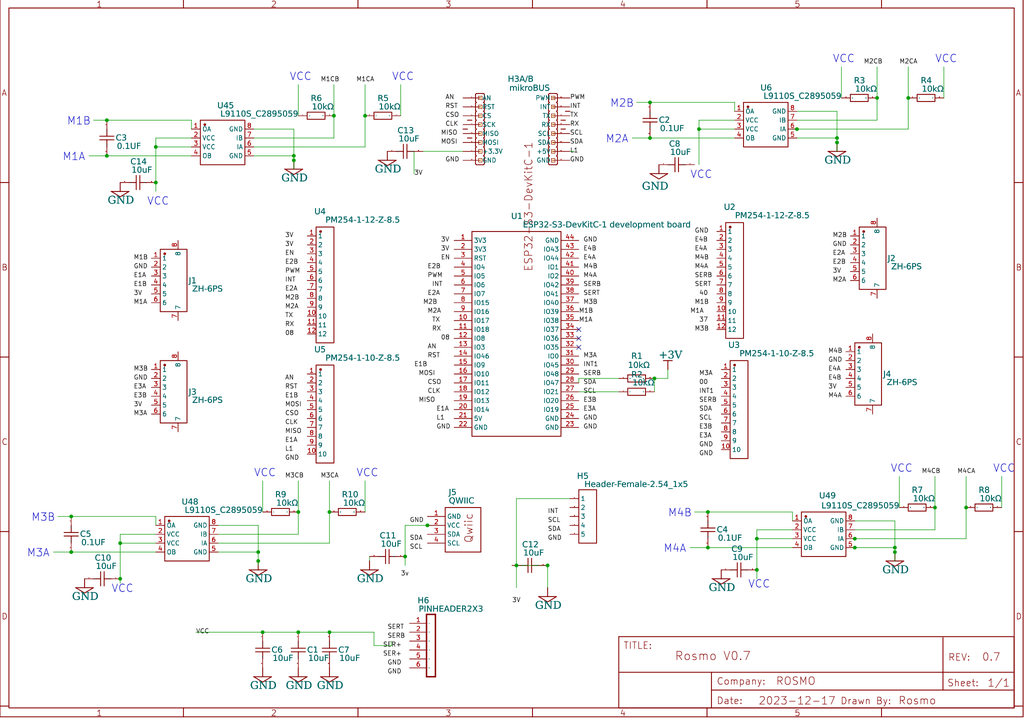
<source format=kicad_sch>
(kicad_sch (version 20231120) (generator "eeschema") (generator_version "8.0")
  (paper "User" 292.1 205.105)
  (junction (at 73.66 160.02))
  (junction (at 93.98 146.05))
  (junction (at 95.25 33.02))
  (junction (at 121.92 149.86))
  (junction (at 93.98 180.34))
  (junction (at 83.82 44.45))
  (junction (at 243.84 156.21))
  (junction (at 201.93 156.21))
  (junction (at 20.32 147.32))
  (junction (at 74.93 180.34))
  (junction (at 185.42 29.21))
  (junction (at 199.39 36.83))
  (junction (at 156.21 161.29))
  (junction (at 44.45 52.07))
  (junction (at 238.76 40.64))
  (junction (at 104.14 33.02))
  (junction (at 266.7 144.78))
  (junction (at 255.27 156.21))
  (junction (at 34.29 154.94))
  (junction (at 201.93 146.05))
  (junction (at 44.45 41.91))
  (junction (at 186.69 107.95))
  (junction (at 147.32 161.29))
  (junction (at 30.48 44.45))
  (junction (at 215.9 153.67))
  (junction (at 238.76 39.37))
  (junction (at 255.27 157.48))
  (junction (at 73.66 157.48))
  (junction (at 243.84 153.67))
  (junction (at 259.08 27.94))
  (junction (at 85.09 146.05))
  (junction (at 250.19 27.94))
  (junction (at 115.57 158.75))
  (junction (at 85.09 180.34))
  (junction (at 30.48 34.29))
  (junction (at 20.32 157.48))
  (junction (at 83.82 45.72))
  (junction (at 275.59 144.78))
  (junction (at 185.42 39.37))
  (junction (at 215.9 162.56))
  (junction (at 227.33 36.83))
  (junction (at 34.29 165.1))
  (no_connect (at 165.1 93.98))
  (no_connect (at 165.1 99.06))
  (no_connect (at 165.1 96.52))
  (wire (pts (xy 95.25 24.13) (xy 95.25 33.02)))
  (wire (pts (xy 104.14 24.13) (xy 104.14 33.02)))
  (wire (pts (xy 215.9 153.67) (xy 215.9 162.56)))
  (wire (pts (xy 44.45 154.94) (xy 34.29 154.94)))
  (wire (pts (xy 111.76 184.15) (xy 111.76 182.88)))
  (wire (pts (xy 44.45 157.48) (xy 20.32 157.48)))
  (wire (pts (xy 55.88 180.34) (xy 74.93 180.34)))
  (wire (pts (xy 72.39 44.45) (xy 83.82 44.45)))
  (wire (pts (xy 238.76 39.37) (xy 238.76 40.64)))
  (wire (pts (xy 209.55 39.37) (xy 185.42 39.37)))
  (wire (pts (xy 250.19 34.29) (xy 227.33 34.29)))
  (wire (pts (xy 34.29 165.1) (xy 34.29 166.37)))
  (wire (pts (xy 275.59 153.67) (xy 243.84 153.67)))
  (wire (pts (xy 74.93 146.05) (xy 74.93 137.16)))
  (wire (pts (xy 259.08 19.05) (xy 259.08 27.94)))
  (wire (pts (xy 209.55 29.21) (xy 185.42 29.21)))
  (wire (pts (xy 285.75 144.78) (xy 285.75 135.89)))
  (wire (pts (xy 176.53 111.76) (xy 165.1 111.76)))
  (wire (pts (xy 186.69 111.76) (xy 186.69 107.95)))
  (wire (pts (xy 115.57 158.75) (xy 115.57 149.86)))
  (wire (pts (xy 85.09 180.34) (xy 93.98 180.34)))
  (wire (pts (xy 259.08 27.94) (xy 259.08 36.83)))
  (wire (pts (xy 34.29 152.4) (xy 34.29 154.94)))
  (wire (pts (xy 44.45 41.91) (xy 44.45 52.07)))
  (wire (pts (xy 243.84 153.67) (xy 242.57 153.67)))
  (wire (pts (xy 226.06 156.21) (xy 201.93 156.21)))
  (wire (pts (xy 44.45 149.86) (xy 44.45 147.32)))
  (wire (pts (xy 226.06 151.13) (xy 215.9 151.13)))
  (wire (pts (xy 186.69 107.95) (xy 190.5 107.95)))
  (wire (pts (xy 176.53 107.95) (xy 165.1 107.95)))
  (wire (pts (xy 44.45 39.37) (xy 44.45 41.91)))
  (wire (pts (xy 95.25 39.37) (xy 72.39 39.37)))
  (wire (pts (xy 250.19 27.94) (xy 250.19 34.29)))
  (wire (pts (xy 30.48 44.45) (xy 25.4 44.45)))
  (wire (pts (xy 185.42 39.37) (xy 180.34 39.37)))
  (wire (pts (xy 266.7 151.13) (xy 243.84 151.13)))
  (wire (pts (xy 104.14 146.05) (xy 104.14 137.16)))
  (wire (pts (xy 255.27 156.21) (xy 255.27 157.48)))
  (wire (pts (xy 44.45 147.32) (xy 20.32 147.32)))
  (wire (pts (xy 215.9 162.56) (xy 215.9 165.1)))
  (wire (pts (xy 54.61 34.29) (xy 30.48 34.29)))
  (wire (pts (xy 44.45 152.4) (xy 34.29 152.4)))
  (wire (pts (xy 54.61 39.37) (xy 44.45 39.37)))
  (wire (pts (xy 83.82 45.72) (xy 83.82 48.26)))
  (wire (pts (xy 199.39 34.29) (xy 199.39 36.83)))
  (wire (pts (xy 165.1 107.95) (xy 165.1 109.22)))
  (wire (pts (xy 255.27 148.59) (xy 255.27 156.21)))
  (wire (pts (xy 85.09 152.4) (xy 62.23 152.4)))
  (wire (pts (xy 209.55 31.75) (xy 209.55 29.21)))
  (wire (pts (xy 209.55 34.29) (xy 199.39 34.29)))
  (wire (pts (xy 62.23 157.48) (xy 73.66 157.48)))
  (wire (pts (xy 54.61 41.91) (xy 44.45 41.91)))
  (wire (pts (xy 209.55 36.83) (xy 199.39 36.83)))
  (wire (pts (xy 275.59 144.78) (xy 275.59 153.67)))
  (wire (pts (xy 73.66 149.86) (xy 73.66 157.48)))
  (wire (pts (xy 256.54 144.78) (xy 256.54 135.89)))
  (wire (pts (xy 73.66 157.48) (xy 73.66 160.02)))
  (wire (pts (xy 238.76 31.75) (xy 238.76 39.37)))
  (wire (pts (xy 266.7 135.89) (xy 266.7 144.78)))
  (wire (pts (xy 259.08 36.83) (xy 227.33 36.83)))
  (wire (pts (xy 26.67 34.29) (xy 30.48 34.29)))
  (wire (pts (xy 54.61 44.45) (xy 30.48 44.45)))
  (wire (pts (xy 115.57 161.29) (xy 115.57 158.75)))
  (wire (pts (xy 147.32 161.29) (xy 156.21 161.29)))
  (wire (pts (xy 227.33 36.83) (xy 226.06 36.83)))
  (wire (pts (xy 266.7 144.78) (xy 266.7 151.13)))
  (wire (pts (xy 275.59 135.89) (xy 275.59 144.78)))
  (wire (pts (xy 72.39 36.83) (xy 83.82 36.83)))
  (wire (pts (xy 54.61 36.83) (xy 54.61 34.29)))
  (wire (pts (xy 95.25 33.02) (xy 95.25 39.37)))
  (wire (pts (xy 147.32 142.24) (xy 147.32 161.29)))
  (wire (pts (xy 44.45 52.07) (xy 44.45 54.61)))
  (wire (pts (xy 93.98 180.34) (xy 106.68 180.34)))
  (wire (pts (xy 240.03 27.94) (xy 240.03 19.05)))
  (wire (pts (xy 147.32 161.29) (xy 147.32 167.64)))
  (wire (pts (xy 162.56 43.18) (xy 163.83 43.18)))
  (wire (pts (xy 120.65 43.18) (xy 132.08 43.18)))
  (wire (pts (xy 121.92 149.86) (xy 123.19 149.86)))
  (wire (pts (xy 16.51 147.32) (xy 20.32 147.32)))
  (wire (pts (xy 62.23 149.86) (xy 73.66 149.86)))
  (wire (pts (xy 201.93 156.21) (xy 196.85 156.21)))
  (wire (pts (xy 93.98 146.05) (xy 93.98 154.94)))
  (wire (pts (xy 181.61 29.21) (xy 185.42 29.21)))
  (wire (pts (xy 242.57 156.21) (xy 243.84 156.21)))
  (wire (pts (xy 114.3 33.02) (xy 114.3 24.13)))
  (wire (pts (xy 93.98 137.16) (xy 93.98 146.05)))
  (wire (pts (xy 190.5 107.95) (xy 190.5 105.41)))
  (wire (pts (xy 115.57 149.86) (xy 121.92 149.86)))
  (wire (pts (xy 104.14 33.02) (xy 104.14 41.91)))
  (wire (pts (xy 269.24 27.94) (xy 269.24 19.05)))
  (wire (pts (xy 226.06 148.59) (xy 226.06 146.05)))
  (wire (pts (xy 156.21 161.29) (xy 156.21 167.64)))
  (wire (pts (xy 34.29 154.94) (xy 34.29 165.1)))
  (wire (pts (xy 255.27 157.48) (xy 255.27 160.02)))
  (wire (pts (xy 20.32 157.48) (xy 15.24 157.48)))
  (wire (pts (xy 105.41 160.02) (xy 105.41 158.75)))
  (wire (pts (xy 238.76 40.64) (xy 238.76 43.18)))
  (wire (pts (xy 199.39 36.83) (xy 199.39 46.99)))
  (wire (pts (xy 243.84 148.59) (xy 255.27 148.59)))
  (wire (pts (xy 85.09 33.02) (xy 85.09 24.13)))
  (wire (pts (xy 93.98 154.94) (xy 62.23 154.94)))
  (wire (pts (xy 226.06 153.67) (xy 215.9 153.67)))
  (wire (pts (xy 85.09 137.16) (xy 85.09 146.05)))
  (wire (pts (xy 104.14 41.91) (xy 72.39 41.91)))
  (wire (pts (xy 74.93 180.34) (xy 85.09 180.34)))
  (wire (pts (xy 162.56 142.24) (xy 147.32 142.24)))
  (wire (pts (xy 85.09 146.05) (xy 85.09 152.4)))
  (wire (pts (xy 226.06 146.05) (xy 201.93 146.05)))
  (wire (pts (xy 198.12 146.05) (xy 201.93 146.05)))
  (wire (pts (xy 106.68 180.34) (xy 106.68 184.15)))
  (wire (pts (xy 250.19 19.05) (xy 250.19 27.94)))
  (wire (pts (xy 83.82 36.83) (xy 83.82 44.45)))
  (wire (pts (xy 227.33 31.75) (xy 238.76 31.75)))
  (wire (pts (xy 106.68 184.15) (xy 111.76 184.15)))
  (wire (pts (xy 118.11 49.53) (xy 118.11 43.18)))
  (wire (pts (xy 227.33 39.37) (xy 238.76 39.37)))
  (wire (pts (xy 83.82 44.45) (xy 83.82 45.72)))
  (wire (pts (xy 243.84 156.21) (xy 255.27 156.21)))
  (wire (pts (xy 215.9 151.13) (xy 215.9 153.67)))
  (wire (pts (xy 73.66 160.02) (xy 73.66 161.29)))
  (text "VCC" (at 254 132.4483 0) (effects (font (size 2.1717 2.1717)) (justify left top)))
  (text "VCC" (at 283.21 132.4483 0) (effects (font (size 2.1717 2.1717)) (justify left top)))
  (text "VCC" (at 82.55 20.6883 0) (effects (font (size 2.1717 2.1717)) (justify left top)))
  (text "VCC" (at 101.6 133.7183 0) (effects (font (size 2.1717 2.1717)) (justify left top)))
  (text "M4B" (at 190.5 145.1483 0) (effects (font (size 2.1717 2.1717)) (justify left top)))
  (text "VCC" (at 41.91 56.2483 0) (effects (font (size 2.1717 2.1717)) (justify left top)))
  (text "M3B" (at 8.89 146.4183 0) (effects (font (size 2.1717 2.1717)) (justify left top)))
  (text "VCC" (at 31.75 166.7383 0) (effects (font (size 2.1717 2.1717)) (justify left top)))
  (text "M2B" (at 173.99 28.3083 0) (effects (font (size 2.1717 2.1717)) (justify left top)))
  (text "M4A" (at 189.23 155.3083 0) (effects (font (size 2.1717 2.1717)) (justify left top)))
  (text "VCC" (at 237.49 15.6083 0) (effects (font (size 2.1717 2.1717)) (justify left top)))
  (text "VCC" (at 213.36 165.4683 0) (effects (font (size 2.1717 2.1717)) (justify left top)))
  (text "VCC" (at 72.39 133.7183 0) (effects (font (size 2.1717 2.1717)) (justify left top)))
  (text "M1A" (at 17.78 43.5483 0) (effects (font (size 2.1717 2.1717)) (justify left top)))
  (text "VCC" (at 266.7 15.6083 0) (effects (font (size 2.1717 2.1717)) (justify left top)))
  (text "M2A" (at 172.72 38.4683 0) (effects (font (size 2.1717 2.1717)) (justify left top)))
  (text "M3A" (at 7.62 156.5783 0) (effects (font (size 2.1717 2.1717)) (justify left top)))
  (text "VCC" (at 111.76 20.6883 0) (effects (font (size 2.1717 2.1717)) (justify left top)))
  (text "M1B" (at 19.05 33.3883 0) (effects (font (size 2.1717 2.1717)) (justify left top)))
  (text "VCC" (at 196.85 48.6283 0) (effects (font (size 2.1717 2.1717)) (justify left top)))
  (label "3v" (at 114.3 163.83 0))
  (label "SERT" (at 110.49 179.07 0))
  (label "M1B" (at 38.1 73.66 0))
  (label "3V" (at 118.11 49.53 0))
  (label "3V" (at 236.22 110.49 0))
  (label "37" (at 199.39 91.44 0))
  (label "MISO" (at 119.38 114.3 0))
  (label "GND" (at 237.49 69.85 0))
  (label "CSO" (at 121.92 109.22 0))
  (label "SERB" (at 110.49 181.61 0))
  (label "M3A" (at 199.39 106.68 0))
  (label "M2B" (at 120.65 86.36 0))
  (label "M2A" (at 81.28 87.63 0))
  (label "EN" (at 125.73 73.66 0))
  (label "M2CA" (at 256.54 17.78 0))
  (label "SERB" (at 199.39 114.3 0))
  (label "08" (at 81.28 95.25 0))
  (label "M3CA" (at 91.44 135.89 0))
  (label "08" (at 125.73 96.52 0))
  (label "RST" (at 121.92 101.6 0))
  (label "PWM" (at 162.56 27.94 0))
  (label "EN" (at 81.28 72.39 0))
  (label "E3A" (at 166.37 116.84 0))
  (label "E3A" (at 38.1 110.49 0))
  (label "TX" (at 123.19 91.44 0))
  (label "M4CB" (at 262.89 134.62 0))
  (label "GND" (at 156.21 153.67 0))
  (label "3V" (at 81.28 67.31 0))
  (label "CLK" (at 81.28 120.65 0))
  (label "E3B" (at 38.1 113.03 0))
  (label "E1A" (at 81.28 125.73 0))
  (label "INT" (at 81.28 80.01 0))
  (label "VCC" (at 55.88 180.34 0))
  (label "AN" (at 127 27.94 0))
  (label "M4A" (at 166.37 78.74 0))
  (label "GND" (at 81.28 130.81 0))
  (label "3V" (at 38.1 83.82 0))
  (label "GND" (at 198.12 66.04 0))
  (label "INT1" (at 166.37 104.14 0))
  (label "GND" (at 166.37 121.92 0))
  (label "M1B" (at 165.1 88.9 0))
  (label "SCL" (at 156.21 148.59 0))
  (label "M1A" (at 196.85 88.9 0))
  (label "E3A" (at 199.39 124.46 0))
  (label "M2A" (at 121.92 88.9 0))
  (label "CLK" (at 121.92 111.76 0))
  (label "SCL" (at 162.56 38.1 0))
  (label "AN" (at 81.28 107.95 0))
  (label "E4B" (at 166.37 71.12 0))
  (label "INT1" (at 199.39 111.76 0))
  (label "E4A" (at 236.22 105.41 0))
  (label "MOSI" (at 119.38 106.68 0))
  (label "GND" (at 199.39 127 0))
  (label "3V" (at 237.49 77.47 0))
  (label "GND" (at 199.39 129.54 0))
  (label "GND" (at 116.84 148.59 0))
  (label "GND" (at 127 45.72 0))
  (label "TX" (at 81.28 90.17 0))
  (label "00" (at 199.39 109.22 0))
  (label "GND" (at 236.22 102.87 0))
  (label "SCL" (at 166.37 111.76 0))
  (label "GND" (at 110.49 189.23 0))
  (label "INT" (at 162.56 30.48 0))
  (label "SER+" (at 109.22 186.69 0))
  (label "E4A" (at 166.37 73.66 0))
  (label "M1CB" (at 91.44 22.86 0))
  (label "E3B" (at 199.39 121.92 0))
  (label "E1B" (at 38.1 81.28 0))
  (label "E1A" (at 124.46 116.84 0))
  (label "CSO" (at 81.28 118.11 0))
  (label "GND" (at 162.56 45.72 0))
  (label "M3CB" (at 81.28 135.89 0))
  (label "M3A" (at 38.1 118.11 0))
  (label "SCL" (at 199.39 119.38 0))
  (label "MISO" (at 125.73 38.1 0))
  (label "E2B" (at 121.92 76.2 0))
  (label "PWM" (at 121.92 78.74 0))
  (label "RX" (at 81.28 92.71 0))
  (label "M4CA" (at 273.05 134.62 0))
  (label "3V" (at 38.1 115.57 0))
  (label "RX" (at 123.19 93.98 0))
  (label "3V" (at 125.73 68.58 0))
  (label "E2A" (at 237.49 72.39 0))
  (label "E1A" (at 38.1 78.74 0))
  (label "E4B" (at 236.22 107.95 0))
  (label "M3B" (at 198.12 93.98 0))
  (label "L1" (at 124.46 119.38 0))
  (label "M1CA" (at 101.6 22.86 0))
  (label "M2B" (at 237.49 67.31 0))
  (label "E2A" (at 121.92 83.82 0))
  (label "GND" (at 124.46 121.92 0))
  (label "E4A" (at 198.12 71.12 0))
  (label "M2A" (at 237.49 80.01 0))
  (label "E1B" (at 81.28 113.03 0))
  (label "E2A" (at 81.28 82.55 0))
  (label "M4A" (at 236.22 113.03 0))
  (label "M1B" (at 198.12 86.36 0))
  (label "E3B" (at 166.37 114.3 0))
  (label "SDA" (at 156.21 151.13 0))
  (label "SER+" (at 109.22 184.15 0))
  (label "3V" (at 81.28 69.85 0))
  (label "SDA" (at 199.39 116.84 0))
  (label "M3B" (at 38.1 105.41 0))
  (label "40" (at 199.39 83.82 0))
  (label "SDA" (at 162.56 40.64 0))
  (label "GND" (at 110.49 191.77 0))
  (label "PWM" (at 81.28 77.47 0))
  (label "MOSI" (at 125.73 40.64 0))
  (label "TX" (at 162.56 33.02 0))
  (label "RX" (at 162.56 35.56 0))
  (label "MISO" (at 81.28 123.19 0))
  (label "E1B" (at 118.11 104.14 0))
  (label "MOSI" (at 81.28 115.57 0))
  (label "SERT" (at 198.12 81.28 0))
  (label "SERT" (at 166.37 83.82 0))
  (label "GND" (at 38.1 107.95 0))
  (label "SDA" (at 166.37 109.22 0))
  (label "E4B" (at 198.12 68.58 0))
  (label "E2B" (at 81.28 74.93 0))
  (label "M4A" (at 198.12 76.2 0))
  (label "M3A" (at 166.37 101.6 0))
  (label "SERB" (at 166.37 81.28 0))
  (label "SCL" (at 116.84 156.21 0))
  (label "CLK" (at 127 35.56 0))
  (label "CSO" (at 127 33.02 0))
  (label "L1" (at 162.56 43.18 0))
  (label "AN" (at 121.92 99.06 0))
  (label "3V" (at 125.73 71.12 0))
  (label "M4B" (at 198.12 73.66 0))
  (label "3V" (at 146.05 171.45 0))
  (label "RST" (at 81.28 110.49 0))
  (label "SERB" (at 166.37 106.68 0))
  (label "M2B" (at 81.28 85.09 0))
  (label "GND" (at 166.37 119.38 0))
  (label "M4B" (at 166.37 76.2 0))
  (label "SERB" (at 198.12 78.74 0))
  (label "L1" (at 81.28 128.27 0))
  (label "M3B" (at 166.37 86.36 0))
  (label "RST" (at 127 30.48 0))
  (label "M2CB" (at 246.38 17.78 0))
  (label "M1A" (at 165.1 91.44 0))
  (label "GND" (at 166.37 68.58 0))
  (label "INT" (at 123.19 81.28 0))
  (label "INT" (at 156.21 146.05 0))
  (label "M1A" (at 38.1 86.36 0))
  (label "GND" (at 38.1 76.2 0))
  (label "E2B" (at 237.49 74.93 0))
  (label "M4B" (at 236.22 100.33 0))
  (label "SDA" (at 116.84 153.67 0))
  (symbol (lib_id "0603WAF1002T5E_1") (at 181.61 111.76 0) (unit 0)
    (property "Reference" "R2" (at 180.1114 106.0069 0) (effects (font (size 1.6891 1.6891)) (justify left top)))
    (property "Value" "10kΩ" (at 180.1114 108.2929 0) (effects (font (size 1.6891 1.6891)) (justify left top)))
  )
  (symbol (lib_id "ZH-6PS_3") (at 246.38 107.95 0) (unit 0)
    (property "Reference" "J4" (at 251.968 105.8799 0) (effects (font (size 1.6891 1.6891)) (justify left top)))
    (property "Value" "ZH-6PS" (at 251.968 108.1659 0) (effects (font (size 1.6891 1.6891)) (justify left top)))
  )
  (symbol (lib_id "0805W8F1002T5E_2") (at 109.22 33.02 0) (unit 0)
    (property "Reference" "R5" (at 107.7214 27.1907 0) (effects (font (size 1.6891 1.6891)) (justify left top)))
    (property "Value" "10kΩ" (at 107.7214 29.5529 0) (effects (font (size 1.6891 1.6891)) (justify left top)))
  )
  (symbol (lib_id "GRM21BR61H106KE43L_3") (at 39.37 52.07 0) (unit 0)
    (property "Reference" "C14" (at 37.211 45.2755 0) (effects (font (size 1.6891 1.6891)) (justify left top)))
    (property "Value" "10uF" (at 37.211 47.5869 0) (effects (font (size 1.6891 1.6891)) (justify left top)))
  )
  (symbol (lib_id "GND") (at 110.49 43.18 0) (unit 0)
    (property "Reference" "#PWR?" (effects (hide yes)))
    (property "Value" "GND" (at 107.188 49.53 0) (effects (font (size 2.1717 2.1717)) (justify left bottom)))
    (property "Description" "Power symbol creates a global label with name 'GND'" (effects (hide yes)))
  )
  (symbol (lib_id "GND") (at 187.96 46.99 0) (unit 0)
    (property "Reference" "#PWR?" (effects (hide yes)))
    (property "Value" "GND" (at 183.388 54.4322 0) (effects (font (size 2.1717 2.1717)) (justify left bottom)))
    (property "Description" "Power symbol creates a global label with name 'GND'" (effects (hide yes)))
  )
  (symbol (lib_id "Unknown_0_-806") (at 0 -0.254 0) (unit 0)
    (property "Reference" "A" (at 145.1102 -5.1181 0) (effects (font (size 1.6891 1.6891)) (justify left top)))
    (property "Value" "A" (at 145.1102 -2.7051 0) (effects (font (size 1.6891 1.6891)) (justify left top)))
  )
  (symbol (lib_id "L9110S_C2895059_3") (at 53.34 153.67 0) (unit 0)
    (property "Reference" "U48" (at 51.8414 142.3035 0) (effects (font (size 1.6891 1.6891)) (justify left top)))
    (property "Value" "L9110S_C2895059" (at 51.8414 144.6149 0) (effects (font (size 1.6891 1.6891)) (justify left top)))
  )
  (symbol (lib_id "GND") (at 156.21 167.64 0) (unit 0)
    (property "Reference" "#PWR?" (effects (hide yes)))
    (property "Value" "GND" (at 152.908 173.99 0) (effects (font (size 2.1717 2.1717)) (justify left bottom)))
    (property "Description" "Power symbol creates a global label with name 'GND'" (effects (hide yes)))
  )
  (symbol (lib_id "GRM21BR61H106KE43L_5") (at 210.82 162.56 0) (unit 0)
    (property "Reference" "C9" (at 208.661 155.7655 0) (effects (font (size 1.6891 1.6891)) (justify left top)))
    (property "Value" "10uF" (at 208.661 158.0769 0) (effects (font (size 1.6891 1.6891)) (justify left top)))
  )
  (symbol (lib_id "250V 0.1UF 5% CBBCapacitor") (at 185.42 34.29 0) (unit 0)
    (property "Reference" "C2" (at 187.96 33.3883 0) (effects (font (size 1.6891 1.6891)) (justify left top)))
    (property "Value" "0.1UF" (at 187.96 35.7251 0) (effects (font (size 1.6891 1.6891)) (justify left top)))
  )
  (symbol (lib_id "PM254-1-10-Z-8.5") (at 210.82 116.84 0) (unit 0)
    (property "Reference" "U3" (at 207.7974 97.5995 0) (effects (font (size 1.6891 1.6891)) (justify left top)))
    (property "Value" "PM254-1-10-Z-8.5" (at 207.7974 99.9363 0) (effects (font (size 1.6891 1.6891)) (justify left top)))
  )
  (symbol (lib_id "GRM21BR61H106KE43L") (at 85.09 185.42 0) (unit 0)
    (property "Reference" "C1" (at 87.63 184.5437 0) (effects (font (size 1.6891 1.6891)) (justify left top)))
    (property "Value" "10uF" (at 87.63 186.8551 0) (effects (font (size 1.6891 1.6891)) (justify left top)))
  )
  (symbol (lib_id "L9110S_C2895059") (at 218.44 35.56 0) (unit 0)
    (property "Reference" "U6" (at 216.9414 24.1935 0) (effects (font (size 1.6891 1.6891)) (justify left top)))
    (property "Value" "L9110S_C2895059" (at 216.9414 26.5049 0) (effects (font (size 1.6891 1.6891)) (justify left top)))
  )
  (symbol (lib_id "GND") (at 238.76 40.64 0) (unit 0)
    (property "Reference" "#PWR?" (effects (hide yes)))
    (property "Value" "GND" (at 235.458 46.99 0) (effects (font (size 2.1717 2.1717)) (justify left bottom)))
    (property "Description" "Power symbol creates a global label with name 'GND'" (effects (hide yes)))
  )
  (symbol (lib_id "0805W8F1002T5E_5") (at 280.67 144.78 0) (unit 0)
    (property "Reference" "R8" (at 279.1714 138.9507 0) (effects (font (size 1.6891 1.6891)) (justify left top)))
    (property "Value" "10kΩ" (at 279.1714 141.3129 0) (effects (font (size 1.6891 1.6891)) (justify left top)))
  )
  (symbol (lib_id "PM254-1-12-Z-8.5_1") (at 92.71 81.28 0) (unit 0)
    (property "Reference" "U4" (at 89.6874 59.4995 0) (effects (font (size 1.6891 1.6891)) (justify left top)))
    (property "Value" "PM254-1-12-Z-8.5" (at 89.6874 61.8363 0) (effects (font (size 1.6891 1.6891)) (justify left top)))
  )
  (symbol (lib_id "GND") (at 105.41 160.02 0) (unit 0)
    (property "Reference" "#PWR?" (effects (hide yes)))
    (property "Value" "GND" (at 102.108 166.37 0) (effects (font (size 2.1717 2.1717)) (justify left bottom)))
    (property "Description" "Power symbol creates a global label with name 'GND'" (effects (hide yes)))
  )
  (symbol (lib_id "GRM21BR61H106KE43L_8") (at 151.13 161.29 0) (unit 0)
    (property "Reference" "C12" (at 148.971 154.4955 0) (effects (font (size 1.6891 1.6891)) (justify left top)))
    (property "Value" "10uF" (at 148.971 156.8069 0) (effects (font (size 1.6891 1.6891)) (justify left top)))
  )
  (symbol (lib_id "PM254-1-10-Z-8.5_1") (at 92.71 118.11 0) (unit 0)
    (property "Reference" "U5" (at 89.6874 98.8695 0) (effects (font (size 1.6891 1.6891)) (justify left top)))
    (property "Value" "PM254-1-10-Z-8.5" (at 89.6874 101.2063 0) (effects (font (size 1.6891 1.6891)) (justify left top)))
  )
  (symbol (lib_id "ZH-6PS") (at 48.26 81.28 0) (unit 0)
    (property "Reference" "J1" (at 53.848 79.2099 0) (effects (font (size 1.6891 1.6891)) (justify left top)))
    (property "Value" "ZH-6PS" (at 53.848 81.4959 0) (effects (font (size 1.6891 1.6891)) (justify left top)))
  )
  (symbol (lib_id "GRM21BR61H106KE43L_1") (at 74.93 185.42 0) (unit 0)
    (property "Reference" "C6" (at 77.47 184.5437 0) (effects (font (size 1.6891 1.6891)) (justify left top)))
    (property "Value" "10uF" (at 77.47 186.8551 0) (effects (font (size 1.6891 1.6891)) (justify left top)))
  )
  (symbol (lib_id "0805W8F1002T5E_6") (at 80.01 146.05 0) (unit 0)
    (property "Reference" "R9" (at 78.5114 140.2207 0) (effects (font (size 1.6891 1.6891)) (justify left top)))
    (property "Value" "10kΩ" (at 78.5114 142.5829 0) (effects (font (size 1.6891 1.6891)) (justify left top)))
  )
  (symbol (lib_id "GND") (at 205.74 162.56 0) (unit 0)
    (property "Reference" "#PWR?" (effects (hide yes)))
    (property "Value" "GND" (at 202.438 168.91 0) (effects (font (size 2.1717 2.1717)) (justify left bottom)))
    (property "Description" "Power symbol creates a global label with name 'GND'" (effects (hide yes)))
  )
  (symbol (lib_id "ZH-6PS_2") (at 247.65 74.93 0) (unit 0)
    (property "Reference" "J2" (at 253.238 72.8599 0) (effects (font (size 1.6891 1.6891)) (justify left top)))
    (property "Value" "ZH-6PS" (at 253.238 75.1459 0) (effects (font (size 1.6891 1.6891)) (justify left top)))
  )
  (symbol (lib_id "mikroBUS") (at 147.32 36.83 0) (unit 0)
    (property "Reference" "H3A/B" (at 144.8816 21.7043 0) (effects (font (size 1.6891 1.6891)) (justify left top)))
    (property "Value" "mikroBUS" (at 144.8816 24.2189 0) (effects (font (size 1.6891 1.6891)) (justify left top)))
  )
  (symbol (lib_id "GND") (at 83.82 45.72 0) (unit 0)
    (property "Reference" "#PWR?" (effects (hide yes)))
    (property "Value" "GND" (at 80.518 52.07 0) (effects (font (size 2.1717 2.1717)) (justify left bottom)))
    (property "Description" "Power symbol creates a global label with name 'GND'" (effects (hide yes)))
  )
  (symbol (lib_id "ESP32-S3-DevKitC-1 development board") (at 147.32 96.52 0) (unit 0)
    (property "Reference" "U1" (at 145.8214 60.8457 0) (effects (font (size 1.6891 1.6891)) (justify left top)))
    (property "Value" "ESP32-S3-DevKitC-1 development board" (at 145.8214 63.2079 0) (effects (font (size 1.6891 1.6891)) (justify left top)))
  )
  (symbol (lib_id "ZH-6PS_1") (at 48.26 113.03 0) (unit 0)
    (property "Reference" "J3" (at 53.848 110.9599 0) (effects (font (size 1.6891 1.6891)) (justify left top)))
    (property "Value" "ZH-6PS" (at 53.848 113.2459 0) (effects (font (size 1.6891 1.6891)) (justify left top)))
  )
  (symbol (lib_id "L9110S_C2895059_1") (at 63.5 40.64 0) (unit 0)
    (property "Reference" "U45" (at 62.0014 29.2735 0) (effects (font (size 1.6891 1.6891)) (justify left top)))
    (property "Value" "L9110S_C2895059" (at 62.0014 31.5849 0) (effects (font (size 1.6891 1.6891)) (justify left top)))
  )
  (symbol (lib_id "GRM21BR61H106KE43L_9") (at 115.57 43.18 0) (unit 0)
    (property "Reference" "C13" (at 113.411 36.3855 0) (effects (font (size 1.6891 1.6891)) (justify left top)))
    (property "Value" "10uF" (at 113.411 38.6969 0) (effects (font (size 1.6891 1.6891)) (justify left top)))
  )
  (symbol (lib_id "0805W8F1002T5E_1") (at 264.16 27.94 0) (unit 0)
    (property "Reference" "R4" (at 262.6614 22.1107 0) (effects (font (size 1.6891 1.6891)) (justify left top)))
    (property "Value" "10kΩ" (at 262.6614 24.4729 0) (effects (font (size 1.6891 1.6891)) (justify left top)))
  )
  (symbol (lib_id "0805W8F1002T5E_3") (at 90.17 33.02 0) (unit 0)
    (property "Reference" "R6" (at 88.6714 27.1907 0) (effects (font (size 1.6891 1.6891)) (justify left top)))
    (property "Value" "10kΩ" (at 88.6714 29.5529 0) (effects (font (size 1.6891 1.6891)) (justify left top)))
  )
  (symbol (lib_id "PM254-1-12-Z-8.5") (at 209.55 80.01 0) (unit 0)
    (property "Reference" "U2" (at 206.5274 58.2295 0) (effects (font (size 1.6891 1.6891)) (justify left top)))
    (property "Value" "PM254-1-12-Z-8.5" (at 206.5274 60.5663 0) (effects (font (size 1.6891 1.6891)) (justify left top)))
  )
  (symbol (lib_id "0805W8F1002T5E") (at 245.11 27.94 0) (unit 0)
    (property "Reference" "R3" (at 243.6114 22.1107 0) (effects (font (size 1.6891 1.6891)) (justify left top)))
    (property "Value" "10kΩ" (at 243.6114 24.4729 0) (effects (font (size 1.6891 1.6891)) (justify left top)))
  )
  (symbol (lib_id "+3V") (at 190.5 105.41 0) (mirror x) (unit 0)
    (property "Reference" "#PWR?" (effects (hide yes)))
    (property "Value" "+3V" (at 187.7568 102.5906 0) (effects (font (size 2.1717 2.1717)) (justify left top)))
    (property "Description" "Power symbol creates a global label with name '+3V'" (effects (hide yes)))
  )
  (symbol (lib_id "GND") (at 93.98 190.5 0) (unit 0)
    (property "Reference" "#PWR?" (effects (hide yes)))
    (property "Value" "GND" (at 90.678 196.85 0) (effects (font (size 2.1717 2.1717)) (justify left bottom)))
    (property "Description" "Power symbol creates a global label with name 'GND'" (effects (hide yes)))
  )
  (symbol (lib_id "0805W8F1002T5E_4") (at 261.62 144.78 0) (unit 0)
    (property "Reference" "R7" (at 260.1214 138.9507 0) (effects (font (size 1.6891 1.6891)) (justify left top)))
    (property "Value" "10kΩ" (at 260.1214 141.3129 0) (effects (font (size 1.6891 1.6891)) (justify left top)))
  )
  (symbol (lib_id "250V 0.1UF 5% CBBCapacitor_1") (at 30.48 39.37 0) (unit 0)
    (property "Reference" "C3" (at 33.02 38.4683 0) (effects (font (size 1.6891 1.6891)) (justify left top)))
    (property "Value" "0.1UF" (at 33.02 40.8051 0) (effects (font (size 1.6891 1.6891)) (justify left top)))
  )
  (symbol (lib_id "QWIIC") (at 127 147.32 0) (unit 0)
    (property "Reference" "J5" (at 128.016 139.5857 0) (effects (font (size 1.6891 1.6891)) (justify left top)))
    (property "Value" "QWIIC" (at 128.016 141.9479 0) (effects (font (size 1.6891 1.6891)) (justify left top)))
  )
  (symbol (lib_id "0805W8F1002T5E_7") (at 99.06 146.05 0) (unit 0)
    (property "Reference" "R10" (at 97.5614 140.2207 0) (effects (font (size 1.6891 1.6891)) (justify left top)))
    (property "Value" "10kΩ" (at 97.5614 142.5829 0) (effects (font (size 1.6891 1.6891)) (justify left top)))
  )
  (symbol (lib_id "Header-Female-2.54_1x5") (at 166.37 147.32 0) (unit 0)
    (property "Reference" "H5" (at 164.6174 134.9629 0) (effects (font (size 1.6891 1.6891)) (justify left top)))
    (property "Value" "Header-Female-2.54_1x5" (at 164.6174 137.2489 0) (effects (font (size 1.6891 1.6891)) (justify left top)))
  )
  (symbol (lib_id "GND") (at 85.09 190.5 0) (unit 0)
    (property "Reference" "#PWR?" (effects (hide yes)))
    (property "Value" "GND" (at 81.788 196.85 0) (effects (font (size 2.1717 2.1717)) (justify left bottom)))
    (property "Description" "Power symbol creates a global label with name 'GND'" (effects (hide yes)))
  )
  (symbol (lib_id "GRM21BR61H106KE43L_7") (at 110.49 158.75 0) (unit 0)
    (property "Reference" "C11" (at 108.331 151.9555 0) (effects (font (size 1.6891 1.6891)) (justify left top)))
    (property "Value" "10uF" (at 108.331 154.2669 0) (effects (font (size 1.6891 1.6891)) (justify left top)))
  )
  (symbol (lib_id "GND") (at 34.29 52.07 0) (unit 0)
    (property "Reference" "#PWR?" (effects (hide yes)))
    (property "Value" "GND" (at 30.988 58.42 0) (effects (font (size 2.1717 2.1717)) (justify left bottom)))
    (property "Description" "Power symbol creates a global label with name 'GND'" (effects (hide yes)))
  )
  (symbol (lib_id "GND") (at 24.13 165.1 0) (unit 0)
    (property "Reference" "#PWR?" (effects (hide yes)))
    (property "Value" "GND" (at 20.828 171.45 0) (effects (font (size 2.1717 2.1717)) (justify left bottom)))
    (property "Description" "Power symbol creates a global label with name 'GND'" (effects (hide yes)))
  )
  (symbol (lib_id "250V 0.1UF 5% CBBCapacitor_2") (at 201.93 151.13 0) (unit 0)
    (property "Reference" "C4" (at 204.47 150.2283 0) (effects (font (size 1.6891 1.6891)) (justify left top)))
    (property "Value" "0.1UF" (at 204.47 152.5651 0) (effects (font (size 1.6891 1.6891)) (justify left top)))
  )
  (symbol (lib_id "L9110S_C2895059_2") (at 234.95 152.4 0) (unit 0)
    (property "Reference" "U49" (at 233.68 140.5509 0) (effects (font (size 1.6891 1.6891)) (justify left top)))
    (property "Value" "L9110S_C2895059" (at 233.4514 143.3449 0) (effects (font (size 1.6891 1.6891)) (justify left top)))
  )
  (symbol (lib_id "GRM21BR61H106KE43L_4") (at 193.04 46.99 0) (unit 0)
    (property "Reference" "C8" (at 190.881 40.1955 0) (effects (font (size 1.6891 1.6891)) (justify left top)))
    (property "Value" "10uF" (at 190.881 42.5069 0) (effects (font (size 1.6891 1.6891)) (justify left top)))
  )
  (symbol (lib_id "0603WAF1002T5E") (at 181.61 107.95 0) (unit 0)
    (property "Reference" "R1" (at 180.1114 100.7237 0) (effects (font (size 1.6891 1.6891)) (justify left top)))
    (property "Value" "10kΩ" (at 178.816 103.2637 0) (effects (font (size 1.6891 1.6891)) (justify left top)))
  )
  (symbol (lib_id "250V 0.1UF 5% CBBCapacitor_3") (at 20.32 152.4 0) (unit 0)
    (property "Reference" "C5" (at 22.86 151.4983 0) (effects (font (size 1.6891 1.6891)) (justify left top)))
    (property "Value" "0.1UF" (at 22.86 153.8351 0) (effects (font (size 1.6891 1.6891)) (justify left top)))
  )
  (symbol (lib_id "GRM21BR61H106KE43L_6") (at 29.21 165.1 0) (unit 0)
    (property "Reference" "C10" (at 27.051 158.3055 0) (effects (font (size 1.6891 1.6891)) (justify left top)))
    (property "Value" "10uF" (at 27.051 160.6169 0) (effects (font (size 1.6891 1.6891)) (justify left top)))
  )
  (symbol (lib_id "PINHEADER2X3") (at 120.904 183.896 0) (unit 0)
    (property "Reference" "H6" (at 119.126 170.4467 0) (effects (font (size 1.6891 1.6891)) (justify left top)))
    (property "Value" "PINHEADER2X3" (at 119.126 172.8089 0) (effects (font (size 1.6891 1.6891)) (justify left top)))
  )
  (symbol (lib_id "GND") (at 73.66 160.02 0) (unit 0)
    (property "Reference" "#PWR?" (effects (hide yes)))
    (property "Value" "GND" (at 70.358 166.37 0) (effects (font (size 2.1717 2.1717)) (justify left bottom)))
    (property "Description" "Power symbol creates a global label with name 'GND'" (effects (hide yes)))
  )
  (symbol (lib_id "GND") (at 74.93 190.5 0) (unit 0)
    (property "Reference" "#PWR?" (effects (hide yes)))
    (property "Value" "GND" (at 71.628 196.85 0) (effects (font (size 2.1717 2.1717)) (justify left bottom)))
    (property "Description" "Power symbol creates a global label with name 'GND'" (effects (hide yes)))
  )
  (symbol (lib_id "GND") (at 255.27 157.48 0) (unit 0)
    (property "Reference" "#PWR?" (effects (hide yes)))
    (property "Value" "GND" (at 251.968 163.83 0) (effects (font (size 2.1717 2.1717)) (justify left bottom)))
    (property "Description" "Power symbol creates a global label with name 'GND'" (effects (hide yes)))
  )
  (symbol (lib_id "GRM21BR61H106KE43L_2") (at 93.98 185.42 0) (unit 0)
    (property "Reference" "C7" (at 96.52 184.5437 0) (effects (font (size 1.6891 1.6891)) (justify left top)))
    (property "Value" "10uF" (at 96.52 186.8551 0) (effects (font (size 1.6891 1.6891)) (justify left top)))
  )
)
</source>
